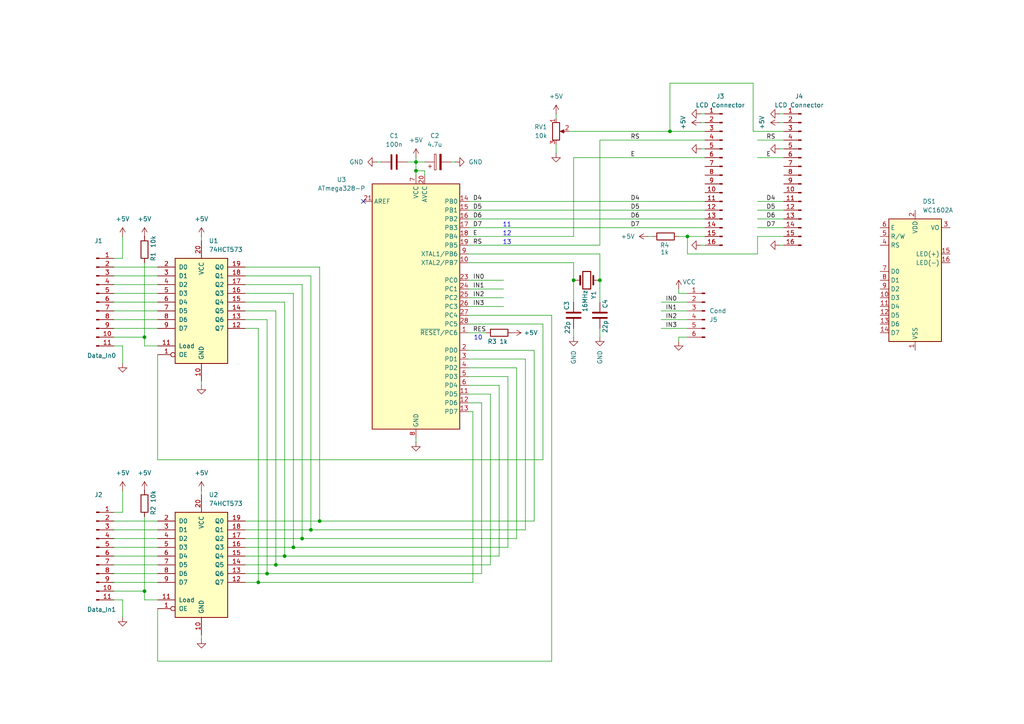
<source format=kicad_sch>
(kicad_sch (version 20250114) (generator "eeschema") (generator_version "9.0")
  (paper "A4")
  (lib_symbols
    (symbol "74xx:74LS573" (pin_names (offset 1.016))
      (property "Reference" "U" (at -7.62 16.51 0))
      (property "Value" "74LS573" (at -7.62 -16.51 0))
      (symbol "74LS573_1_0"
        (pin input line (at -12.7 12.7 0) (length 5.08) (name "D0") (number "2"))
        (pin input line (at -12.7 10.16 0) (length 5.08) (name "D1") (number "3"))
        (pin input line (at -12.7 7.62 0) (length 5.08) (name "D2") (number "4"))
        (pin input line (at -12.7 5.08 0) (length 5.08) (name "D3") (number "5"))
        (pin input line (at -12.7 2.54 0) (length 5.08) (name "D4") (number "6"))
        (pin input line (at -12.7 0 0) (length 5.08) (name "D5") (number "7"))
        (pin input line (at -12.7 -2.54 0) (length 5.08) (name "D6") (number "8"))
        (pin input line (at -12.7 -5.08 0) (length 5.08) (name "D7") (number "9"))
        (pin input line (at -12.7 -10.16 0) (length 5.08) (name "Load") (number "11"))
        (pin input inverted (at -12.7 -12.7 0) (length 5.08) (name "OE") (number "1"))
        (pin power_in line (at 0 20.32 270) (length 5.08) (name "VCC") (number "20"))
        (pin power_in line (at 0 -20.32 90) (length 5.08) (name "GND") (number "10"))
        (pin tri_state line (at 12.7 12.7 180) (length 5.08) (name "Q0") (number "19"))
        (pin tri_state line (at 12.7 10.16 180) (length 5.08) (name "Q1") (number "18"))
        (pin tri_state line (at 12.7 7.62 180) (length 5.08) (name "Q2") (number "17"))
        (pin tri_state line (at 12.7 5.08 180) (length 5.08) (name "Q3") (number "16"))
        (pin tri_state line (at 12.7 2.54 180) (length 5.08) (name "Q4") (number "15"))
        (pin tri_state line (at 12.7 0 180) (length 5.08) (name "Q5") (number "14"))
        (pin tri_state line (at 12.7 -2.54 180) (length 5.08) (name "Q6") (number "13"))
        (pin tri_state line (at 12.7 -5.08 180) (length 5.08) (name "Q7") (number "12"))
      )
      (symbol "74LS573_1_1"
        (rectangle (start -7.62 15.24) (end 7.62 -15.24) (stroke (width 0.254)) (fill (type background)))
      )
    )
    (symbol "Connector:Conn_01x06_Pin" (pin_names (offset 1.016) (hide yes))
      (property "Reference" "J" (at 0 7.62 0))
      (property "Value" "Conn_01x06_Pin" (at 0 -10.16 0))
      (symbol "Conn_01x06_Pin_1_1"
        (rectangle (start 0.8636 5.207) (end 0 4.953) (stroke (width 0.1524)) (fill (type outline)))
        (rectangle (start 0.8636 2.667) (end 0 2.413) (stroke (width 0.1524)) (fill (type outline)))
        (rectangle (start 0.8636 0.127) (end 0 -0.127) (stroke (width 0.1524)) (fill (type outline)))
        (rectangle (start 0.8636 -2.413) (end 0 -2.667) (stroke (width 0.1524)) (fill (type outline)))
        (rectangle (start 0.8636 -4.953) (end 0 -5.207) (stroke (width 0.1524)) (fill (type outline)))
        (rectangle (start 0.8636 -7.493) (end 0 -7.747) (stroke (width 0.1524)) (fill (type outline)))
        (polyline (pts (xy 1.27 5.08) (xy 0.8636 5.08)) (stroke (width 0.1524)))
        (polyline (pts (xy 1.27 2.54) (xy 0.8636 2.54)) (stroke (width 0.1524)))
        (polyline (pts (xy 1.27 0) (xy 0.8636 0)) (stroke (width 0.1524)))
        (polyline (pts (xy 1.27 -2.54) (xy 0.8636 -2.54)) (stroke (width 0.1524)))
        (polyline (pts (xy 1.27 -5.08) (xy 0.8636 -5.08)) (stroke (width 0.1524)))
        (polyline (pts (xy 1.27 -7.62) (xy 0.8636 -7.62)) (stroke (width 0.1524)))
        (pin passive line (at 5.08 5.08 180) (length 3.81) (name "Pin_1") (number "1"))
        (pin passive line (at 5.08 2.54 180) (length 3.81) (name "Pin_2") (number "2"))
        (pin passive line (at 5.08 0 180) (length 3.81) (name "Pin_3") (number "3"))
        (pin passive line (at 5.08 -2.54 180) (length 3.81) (name "Pin_4") (number "4"))
        (pin passive line (at 5.08 -5.08 180) (length 3.81) (name "Pin_5") (number "5"))
        (pin passive line (at 5.08 -7.62 180) (length 3.81) (name "Pin_6") (number "6"))
      )
    )
    (symbol "Connector:Conn_01x11_Pin" (pin_names (offset 1.016) (hide yes))
      (property "Reference" "J" (at 0 15.24 0))
      (property "Value" "Conn_01x11_Pin" (at 0 -15.24 0))
      (symbol "Conn_01x11_Pin_1_1"
        (rectangle (start 0.8636 12.827) (end 0 12.573) (stroke (width 0.1524)) (fill (type outline)))
        (rectangle (start 0.8636 10.287) (end 0 10.033) (stroke (width 0.1524)) (fill (type outline)))
        (rectangle (start 0.8636 7.747) (end 0 7.493) (stroke (width 0.1524)) (fill (type outline)))
        (rectangle (start 0.8636 5.207) (end 0 4.953) (stroke (width 0.1524)) (fill (type outline)))
        (rectangle (start 0.8636 2.667) (end 0 2.413) (stroke (width 0.1524)) (fill (type outline)))
        (rectangle (start 0.8636 0.127) (end 0 -0.127) (stroke (width 0.1524)) (fill (type outline)))
        (rectangle (start 0.8636 -2.413) (end 0 -2.667) (stroke (width 0.1524)) (fill (type outline)))
        (rectangle (start 0.8636 -4.953) (end 0 -5.207) (stroke (width 0.1524)) (fill (type outline)))
        (rectangle (start 0.8636 -7.493) (end 0 -7.747) (stroke (width 0.1524)) (fill (type outline)))
        (rectangle (start 0.8636 -10.033) (end 0 -10.287) (stroke (width 0.1524)) (fill (type outline)))
        (rectangle (start 0.8636 -12.573) (end 0 -12.827) (stroke (width 0.1524)) (fill (type outline)))
        (polyline (pts (xy 1.27 12.7) (xy 0.8636 12.7)) (stroke (width 0.1524)))
        (polyline (pts (xy 1.27 10.16) (xy 0.8636 10.16)) (stroke (width 0.1524)))
        (polyline (pts (xy 1.27 7.62) (xy 0.8636 7.62)) (stroke (width 0.1524)))
        (polyline (pts (xy 1.27 5.08) (xy 0.8636 5.08)) (stroke (width 0.1524)))
        (polyline (pts (xy 1.27 2.54) (xy 0.8636 2.54)) (stroke (width 0.1524)))
        (polyline (pts (xy 1.27 0) (xy 0.8636 0)) (stroke (width 0.1524)))
        (polyline (pts (xy 1.27 -2.54) (xy 0.8636 -2.54)) (stroke (width 0.1524)))
        (polyline (pts (xy 1.27 -5.08) (xy 0.8636 -5.08)) (stroke (width 0.1524)))
        (polyline (pts (xy 1.27 -7.62) (xy 0.8636 -7.62)) (stroke (width 0.1524)))
        (polyline (pts (xy 1.27 -10.16) (xy 0.8636 -10.16)) (stroke (width 0.1524)))
        (polyline (pts (xy 1.27 -12.7) (xy 0.8636 -12.7)) (stroke (width 0.1524)))
        (pin passive line (at 5.08 12.7 180) (length 3.81) (name "Pin_1") (number "1"))
        (pin passive line (at 5.08 10.16 180) (length 3.81) (name "Pin_2") (number "2"))
        (pin passive line (at 5.08 7.62 180) (length 3.81) (name "Pin_3") (number "3"))
        (pin passive line (at 5.08 5.08 180) (length 3.81) (name "Pin_4") (number "4"))
        (pin passive line (at 5.08 2.54 180) (length 3.81) (name "Pin_5") (number "5"))
        (pin passive line (at 5.08 0 180) (length 3.81) (name "Pin_6") (number "6"))
        (pin passive line (at 5.08 -2.54 180) (length 3.81) (name "Pin_7") (number "7"))
        (pin passive line (at 5.08 -5.08 180) (length 3.81) (name "Pin_8") (number "8"))
        (pin passive line (at 5.08 -7.62 180) (length 3.81) (name "Pin_9") (number "9"))
        (pin passive line (at 5.08 -10.16 180) (length 3.81) (name "Pin_10") (number "10"))
        (pin passive line (at 5.08 -12.7 180) (length 3.81) (name "Pin_11") (number "11"))
      )
    )
    (symbol "Connector:Conn_01x16_Pin" (pin_names (offset 1.016) (hide yes))
      (property "Reference" "J" (at 0 20.32 0))
      (property "Value" "Conn_01x16_Pin" (at 0 -22.86 0))
      (symbol "Conn_01x16_Pin_1_1"
        (rectangle (start 0.8636 17.907) (end 0 17.653) (stroke (width 0.1524)) (fill (type outline)))
        (rectangle (start 0.8636 15.367) (end 0 15.113) (stroke (width 0.1524)) (fill (type outline)))
        (rectangle (start 0.8636 12.827) (end 0 12.573) (stroke (width 0.1524)) (fill (type outline)))
        (rectangle (start 0.8636 10.287) (end 0 10.033) (stroke (width 0.1524)) (fill (type outline)))
        (rectangle (start 0.8636 7.747) (end 0 7.493) (stroke (width 0.1524)) (fill (type outline)))
        (rectangle (start 0.8636 5.207) (end 0 4.953) (stroke (width 0.1524)) (fill (type outline)))
        (rectangle (start 0.8636 2.667) (end 0 2.413) (stroke (width 0.1524)) (fill (type outline)))
        (rectangle (start 0.8636 0.127) (end 0 -0.127) (stroke (width 0.1524)) (fill (type outline)))
        (rectangle (start 0.8636 -2.413) (end 0 -2.667) (stroke (width 0.1524)) (fill (type outline)))
        (rectangle (start 0.8636 -4.953) (end 0 -5.207) (stroke (width 0.1524)) (fill (type outline)))
        (rectangle (start 0.8636 -7.493) (end 0 -7.747) (stroke (width 0.1524)) (fill (type outline)))
        (rectangle (start 0.8636 -10.033) (end 0 -10.287) (stroke (width 0.1524)) (fill (type outline)))
        (rectangle (start 0.8636 -12.573) (end 0 -12.827) (stroke (width 0.1524)) (fill (type outline)))
        (rectangle (start 0.8636 -15.113) (end 0 -15.367) (stroke (width 0.1524)) (fill (type outline)))
        (rectangle (start 0.8636 -17.653) (end 0 -17.907) (stroke (width 0.1524)) (fill (type outline)))
        (rectangle (start 0.8636 -20.193) (end 0 -20.447) (stroke (width 0.1524)) (fill (type outline)))
        (polyline (pts (xy 1.27 17.78) (xy 0.8636 17.78)) (stroke (width 0.1524)))
        (polyline (pts (xy 1.27 15.24) (xy 0.8636 15.24)) (stroke (width 0.1524)))
        (polyline (pts (xy 1.27 12.7) (xy 0.8636 12.7)) (stroke (width 0.1524)))
        (polyline (pts (xy 1.27 10.16) (xy 0.8636 10.16)) (stroke (width 0.1524)))
        (polyline (pts (xy 1.27 7.62) (xy 0.8636 7.62)) (stroke (width 0.1524)))
        (polyline (pts (xy 1.27 5.08) (xy 0.8636 5.08)) (stroke (width 0.1524)))
        (polyline (pts (xy 1.27 2.54) (xy 0.8636 2.54)) (stroke (width 0.1524)))
        (polyline (pts (xy 1.27 0) (xy 0.8636 0)) (stroke (width 0.1524)))
        (polyline (pts (xy 1.27 -2.54) (xy 0.8636 -2.54)) (stroke (width 0.1524)))
        (polyline (pts (xy 1.27 -5.08) (xy 0.8636 -5.08)) (stroke (width 0.1524)))
        (polyline (pts (xy 1.27 -7.62) (xy 0.8636 -7.62)) (stroke (width 0.1524)))
        (polyline (pts (xy 1.27 -10.16) (xy 0.8636 -10.16)) (stroke (width 0.1524)))
        (polyline (pts (xy 1.27 -12.7) (xy 0.8636 -12.7)) (stroke (width 0.1524)))
        (polyline (pts (xy 1.27 -15.24) (xy 0.8636 -15.24)) (stroke (width 0.1524)))
        (polyline (pts (xy 1.27 -17.78) (xy 0.8636 -17.78)) (stroke (width 0.1524)))
        (polyline (pts (xy 1.27 -20.32) (xy 0.8636 -20.32)) (stroke (width 0.1524)))
        (pin passive line (at 5.08 17.78 180) (length 3.81) (name "Pin_1") (number "1"))
        (pin passive line (at 5.08 15.24 180) (length 3.81) (name "Pin_2") (number "2"))
        (pin passive line (at 5.08 12.7 180) (length 3.81) (name "Pin_3") (number "3"))
        (pin passive line (at 5.08 10.16 180) (length 3.81) (name "Pin_4") (number "4"))
        (pin passive line (at 5.08 7.62 180) (length 3.81) (name "Pin_5") (number "5"))
        (pin passive line (at 5.08 5.08 180) (length 3.81) (name "Pin_6") (number "6"))
        (pin passive line (at 5.08 2.54 180) (length 3.81) (name "Pin_7") (number "7"))
        (pin passive line (at 5.08 0 180) (length 3.81) (name "Pin_8") (number "8"))
        (pin passive line (at 5.08 -2.54 180) (length 3.81) (name "Pin_9") (number "9"))
        (pin passive line (at 5.08 -5.08 180) (length 3.81) (name "Pin_10") (number "10"))
        (pin passive line (at 5.08 -7.62 180) (length 3.81) (name "Pin_11") (number "11"))
        (pin passive line (at 5.08 -10.16 180) (length 3.81) (name "Pin_12") (number "12"))
        (pin passive line (at 5.08 -12.7 180) (length 3.81) (name "Pin_13") (number "13"))
        (pin passive line (at 5.08 -15.24 180) (length 3.81) (name "Pin_14") (number "14"))
        (pin passive line (at 5.08 -17.78 180) (length 3.81) (name "Pin_15") (number "15"))
        (pin passive line (at 5.08 -20.32 180) (length 3.81) (name "Pin_16") (number "16"))
      )
    )
    (symbol "Device:C" (pin_numbers (hide yes)) (pin_names (offset 0.254))
      (property "Reference" "C" (at 0.635 2.54 0))
      (property "Value" "C" (at 0.635 -2.54 0))
      (symbol "C_0_1"
        (polyline (pts (xy -2.032 0.762) (xy 2.032 0.762)) (stroke (width 0.508)))
        (polyline (pts (xy -2.032 -0.762) (xy 2.032 -0.762)) (stroke (width 0.508)))
      )
      (symbol "C_1_1"
        (pin passive line (at 0 3.81 270) (length 2.794) (name "~") (number "1"))
        (pin passive line (at 0 -3.81 90) (length 2.794) (name "~") (number "2"))
      )
    )
    (symbol "Device:C_Polarized" (pin_numbers (hide yes)) (pin_names (offset 0.254))
      (property "Reference" "C" (at 0.635 2.54 0))
      (property "Value" "C_Polarized" (at 0.635 -2.54 0))
      (symbol "C_Polarized_0_1"
        (rectangle (start -2.286 0.508) (end 2.286 1.016))
        (polyline (pts (xy -1.778 2.286) (xy -0.762 2.286)))
        (polyline (pts (xy -1.27 2.794) (xy -1.27 1.778)))
        (rectangle (start 2.286 -0.508) (end -2.286 -1.016) (fill (type outline)))
      )
      (symbol "C_Polarized_1_1"
        (pin passive line (at 0 3.81 270) (length 2.794) (name "~") (number "1"))
        (pin passive line (at 0 -3.81 90) (length 2.794) (name "~") (number "2"))
      )
    )
    (symbol "Device:Crystal" (pin_numbers (hide yes)) (pin_names (offset 1.016) (hide yes))
      (property "Reference" "Y" (at 0 3.81 0))
      (property "Value" "Crystal" (at 0 -3.81 0))
      (symbol "Crystal_0_1"
        (polyline (pts (xy -2.54 0) (xy -1.905 0)))
        (polyline (pts (xy -1.905 -1.27) (xy -1.905 1.27)) (stroke (width 0.508)))
        (rectangle (start -1.143 2.54) (end 1.143 -2.54) (stroke (width 0.3048)))
        (polyline (pts (xy 1.905 -1.27) (xy 1.905 1.27)) (stroke (width 0.508)))
        (polyline (pts (xy 2.54 0) (xy 1.905 0)))
      )
      (symbol "Crystal_1_1"
        (pin passive line (at -3.81 0 0) (length 1.27) (name "1") (number "1"))
        (pin passive line (at 3.81 0 180) (length 1.27) (name "2") (number "2"))
      )
    )
    (symbol "Device:R" (pin_numbers (hide yes)) (pin_names (offset 0))
      (property "Reference" "R" (at 2.032 0 90))
      (property "Value" "R" (at 0 0 90))
      (symbol "R_0_1"
        (rectangle (start -1.016 -2.54) (end 1.016 2.54) (stroke (width 0.254)))
      )
      (symbol "R_1_1"
        (pin passive line (at 0 3.81 270) (length 1.27) (name "~") (number "1"))
        (pin passive line (at 0 -3.81 90) (length 1.27) (name "~") (number "2"))
      )
    )
    (symbol "Device:R_Potentiometer" (pin_names (offset 1.016) (hide yes))
      (property "Reference" "RV" (at -4.445 0 90))
      (property "Value" "R_Potentiometer" (at -2.54 0 90))
      (symbol "R_Potentiometer_0_1"
        (rectangle (start 1.016 2.54) (end -1.016 -2.54) (stroke (width 0.254)))
        (polyline (pts (xy 1.143 0) (xy 2.286 0.508) (xy 2.286 -0.508) (xy 1.143 0)) (fill (type outline)))
        (polyline (pts (xy 2.54 0) (xy 1.524 0)))
      )
      (symbol "R_Potentiometer_1_1"
        (pin passive line (at 0 3.81 270) (length 1.27) (name "1") (number "1"))
        (pin passive line (at 0 -3.81 90) (length 1.27) (name "3") (number "3"))
        (pin passive line (at 3.81 0 180) (length 1.27) (name "2") (number "2"))
      )
    )
    (symbol "Display_Character:WC1602A"
      (property "Reference" "DS" (at -5.842 19.05 0))
      (property "Value" "WC1602A" (at 5.334 19.05 0))
      (symbol "WC1602A_1_1"
        (rectangle (start -7.62 17.78) (end 7.62 -17.78) (stroke (width 0.254)) (fill (type background)))
        (pin input line (at -10.16 15.24 0) (length 2.54) (name "E") (number "6"))
        (pin input line (at -10.16 12.7 0) (length 2.54) (name "R/W") (number "5"))
        (pin input line (at -10.16 10.16 0) (length 2.54) (name "RS") (number "4"))
        (pin input line (at -10.16 2.54 0) (length 2.54) (name "D0") (number "7"))
        (pin input line (at -10.16 0 0) (length 2.54) (name "D1") (number "8"))
        (pin input line (at -10.16 -2.54 0) (length 2.54) (name "D2") (number "9"))
        (pin input line (at -10.16 -5.08 0) (length 2.54) (name "D3") (number "10"))
        (pin input line (at -10.16 -7.62 0) (length 2.54) (name "D4") (number "11"))
        (pin input line (at -10.16 -10.16 0) (length 2.54) (name "D5") (number "12"))
        (pin input line (at -10.16 -12.7 0) (length 2.54) (name "D6") (number "13"))
        (pin input line (at -10.16 -15.24 0) (length 2.54) (name "D7") (number "14"))
        (pin power_in line (at 0 20.32 270) (length 2.54) (name "VDD") (number "2"))
        (pin power_in line (at 0 -20.32 90) (length 2.54) (name "VSS") (number "1"))
        (pin input line (at 10.16 15.24 180) (length 2.54) (name "VO") (number "3"))
        (pin power_in line (at 10.16 7.62 180) (length 2.54) (name "LED(+)") (number "15"))
        (pin power_in line (at 10.16 5.08 180) (length 2.54) (name "LED(-)") (number "16"))
      )
    )
    (symbol "MCU_Microchip_ATmega:ATmega328-P"
      (property "Reference" "U" (at -12.7 36.83 0))
      (property "Value" "ATmega328-P" (at 2.54 -36.83 0))
      (symbol "ATmega328-P_0_1"
        (rectangle (start -12.7 -35.56) (end 12.7 35.56) (stroke (width 0.254)) (fill (type background)))
      )
      (symbol "ATmega328-P_1_1"
        (pin passive line (at -15.24 30.48 0) (length 2.54) (name "AREF") (number "21"))
        (pin power_in line (at 0 38.1 270) (length 2.54) (name "VCC") (number "7"))
        (pin passive line (at 0 -38.1 90) (length 2.54) (hide yes) (name "GND") (number "22"))
        (pin power_in line (at 0 -38.1 90) (length 2.54) (name "GND") (number "8"))
        (pin power_in line (at 2.54 38.1 270) (length 2.54) (name "AVCC") (number "20"))
        (pin bidirectional line (at 15.24 30.48 180) (length 2.54) (name "PB0") (number "14"))
        (pin bidirectional line (at 15.24 27.94 180) (length 2.54) (name "PB1") (number "15"))
        (pin bidirectional line (at 15.24 25.4 180) (length 2.54) (name "PB2") (number "16"))
        (pin bidirectional line (at 15.24 22.86 180) (length 2.54) (name "PB3") (number "17"))
        (pin bidirectional line (at 15.24 20.32 180) (length 2.54) (name "PB4") (number "18"))
        (pin bidirectional line (at 15.24 17.78 180) (length 2.54) (name "PB5") (number "19"))
        (pin bidirectional line (at 15.24 15.24 180) (length 2.54) (name "XTAL1/PB6") (number "9"))
        (pin bidirectional line (at 15.24 12.7 180) (length 2.54) (name "XTAL2/PB7") (number "10"))
        (pin bidirectional line (at 15.24 7.62 180) (length 2.54) (name "PC0") (number "23"))
        (pin bidirectional line (at 15.24 5.08 180) (length 2.54) (name "PC1") (number "24"))
        (pin bidirectional line (at 15.24 2.54 180) (length 2.54) (name "PC2") (number "25"))
        (pin bidirectional line (at 15.24 0 180) (length 2.54) (name "PC3") (number "26"))
        (pin bidirectional line (at 15.24 -2.54 180) (length 2.54) (name "PC4") (number "27"))
        (pin bidirectional line (at 15.24 -5.08 180) (length 2.54) (name "PC5") (number "28"))
        (pin bidirectional line (at 15.24 -7.62 180) (length 2.54) (name "~{RESET}/PC6") (number "1"))
        (pin bidirectional line (at 15.24 -12.7 180) (length 2.54) (name "PD0") (number "2"))
        (pin bidirectional line (at 15.24 -15.24 180) (length 2.54) (name "PD1") (number "3"))
        (pin bidirectional line (at 15.24 -17.78 180) (length 2.54) (name "PD2") (number "4"))
        (pin bidirectional line (at 15.24 -20.32 180) (length 2.54) (name "PD3") (number "5"))
        (pin bidirectional line (at 15.24 -22.86 180) (length 2.54) (name "PD4") (number "6"))
        (pin bidirectional line (at 15.24 -25.4 180) (length 2.54) (name "PD5") (number "11"))
        (pin bidirectional line (at 15.24 -27.94 180) (length 2.54) (name "PD6") (number "12"))
        (pin bidirectional line (at 15.24 -30.48 180) (length 2.54) (name "PD7") (number "13"))
      )
    )
    (symbol "power:+5V" (power) (pin_numbers (hide yes)) (pin_names (offset 0) (hide yes))
      (property "Value" "+5V" (at 0 3.556 0))
      (symbol "+5V_0_1"
        (polyline (pts (xy -0.762 1.27) (xy 0 2.54)))
        (polyline (pts (xy 0 2.54) (xy 0.762 1.27)))
        (polyline (pts (xy 0 0) (xy 0 2.54)))
      )
      (symbol "+5V_1_1"
        (pin power_in line (at 0 0 90) (length 0) (name "~") (number "1"))
      )
    )
    (symbol "power:GND" (power) (pin_numbers (hide yes)) (pin_names (offset 0) (hide yes))
      (property "Value" "GND" (at 0 -3.81 0))
      (symbol "GND_0_1"
        (polyline (pts (xy 0 0) (xy 0 -1.27) (xy 1.27 -1.27) (xy 0 -2.54) (xy -1.27 -1.27) (xy 0 -1.27)))
      )
      (symbol "GND_1_1"
        (pin power_in line (at 0 0 270) (length 0) (name "~") (number "1"))
      )
    )
  )
  (text "11" (at 147.066 65.278 0) (effects (font (size 1.27 1.27))))
  (text "12" (at 147.066 67.818 0) (effects (font (size 1.27 1.27))))
  (text "10" (at 138.684 98.044 0) (effects (font (size 1.27 1.27))))
  (text "13" (at 147.066 70.358 0) (effects (font (size 1.27 1.27))))
  (junction (at 166.37 81.28))
  (junction (at 194.31 38.1))
  (junction (at 80.01 163.83))
  (junction (at 120.65 46.99))
  (junction (at 173.99 81.28))
  (junction (at 41.91 171.45))
  (junction (at 82.55 161.29))
  (junction (at 120.65 49.53))
  (junction (at 90.17 153.67))
  (junction (at 87.63 156.21))
  (junction (at 74.93 168.91))
  (junction (at 77.47 166.37))
  (junction (at 85.09 158.75))
  (junction (at 41.91 97.79))
  (junction (at 92.71 151.13))
  (junction (at 199.39 68.58))
  (no_connect (at 105.41 58.42))
  (wire (pts (xy 147.32 109.22) (xy 147.32 158.75)))
  (wire (pts (xy 135.89 63.5) (xy 204.47 63.5)))
  (wire (pts (xy 33.02 87.63) (xy 45.72 87.63)))
  (wire (pts (xy 120.65 46.99) (xy 123.19 46.99)))
  (wire (pts (xy 154.94 101.6) (xy 154.94 151.13)))
  (wire (pts (xy 219.71 63.5) (xy 227.33 63.5)))
  (wire (pts (xy 196.85 97.79) (xy 196.85 99.06)))
  (wire (pts (xy 157.48 93.98) (xy 157.48 133.35)))
  (wire (pts (xy 135.89 91.44) (xy 160.02 91.44)))
  (wire (pts (xy 71.12 168.91) (xy 74.93 168.91)))
  (wire (pts (xy 85.09 85.09) (xy 85.09 158.75)))
  (wire (pts (xy 35.56 148.59) (xy 35.56 142.24)))
  (wire (pts (xy 87.63 156.21) (xy 149.86 156.21)))
  (wire (pts (xy 137.16 119.38) (xy 135.89 119.38)))
  (wire (pts (xy 166.37 76.2) (xy 166.37 81.28)))
  (wire (pts (xy 41.91 100.33) (xy 45.72 100.33)))
  (wire (pts (xy 161.29 44.45) (xy 161.29 41.91)))
  (wire (pts (xy 45.72 133.35) (xy 45.72 102.87)))
  (wire (pts (xy 33.02 158.75) (xy 45.72 158.75)))
  (wire (pts (xy 219.71 73.66) (xy 199.39 73.66)))
  (wire (pts (xy 173.99 81.28) (xy 173.99 87.63)))
  (wire (pts (xy 152.4 104.14) (xy 152.4 153.67)))
  (wire (pts (xy 135.89 58.42) (xy 204.47 58.42)))
  (wire (pts (xy 166.37 81.28) (xy 166.37 87.63)))
  (wire (pts (xy 77.47 166.37) (xy 139.7 166.37)))
  (wire (pts (xy 154.94 101.6) (xy 135.89 101.6)))
  (wire (pts (xy 219.71 45.72) (xy 227.33 45.72)))
  (wire (pts (xy 33.02 161.29) (xy 45.72 161.29)))
  (wire (pts (xy 74.93 95.25) (xy 74.93 168.91)))
  (wire (pts (xy 71.12 151.13) (xy 92.71 151.13)))
  (wire (pts (xy 173.99 71.12) (xy 173.99 40.64)))
  (wire (pts (xy 135.89 93.98) (xy 157.48 93.98)))
  (wire (pts (xy 204.47 33.02) (xy 203.2 33.02)))
  (wire (pts (xy 71.12 90.17) (xy 80.01 90.17)))
  (wire (pts (xy 77.47 92.71) (xy 77.47 166.37)))
  (wire (pts (xy 219.71 68.58) (xy 227.33 68.58)))
  (wire (pts (xy 58.42 184.15) (xy 58.42 185.42)))
  (wire (pts (xy 41.91 76.2) (xy 41.91 97.79)))
  (wire (pts (xy 33.02 171.45) (xy 41.91 171.45)))
  (wire (pts (xy 139.7 116.84) (xy 139.7 166.37)))
  (wire (pts (xy 227.33 33.02) (xy 226.06 33.02)))
  (wire (pts (xy 33.02 82.55) (xy 45.72 82.55)))
  (wire (pts (xy 33.02 92.71) (xy 45.72 92.71)))
  (wire (pts (xy 219.71 68.58) (xy 219.71 73.66)))
  (wire (pts (xy 35.56 100.33) (xy 35.56 105.41)))
  (wire (pts (xy 135.89 71.12) (xy 173.99 71.12)))
  (wire (pts (xy 35.56 173.99) (xy 35.56 179.07)))
  (wire (pts (xy 191.77 87.63) (xy 199.39 87.63)))
  (wire (pts (xy 33.02 74.93) (xy 35.56 74.93)))
  (wire (pts (xy 82.55 87.63) (xy 82.55 161.29)))
  (wire (pts (xy 71.12 161.29) (xy 82.55 161.29)))
  (wire (pts (xy 149.86 106.68) (xy 135.89 106.68)))
  (wire (pts (xy 218.44 38.1) (xy 218.44 24.13)))
  (wire (pts (xy 149.86 106.68) (xy 149.86 156.21)))
  (wire (pts (xy 71.12 92.71) (xy 77.47 92.71)))
  (wire (pts (xy 71.12 95.25) (xy 74.93 95.25)))
  (wire (pts (xy 33.02 90.17) (xy 45.72 90.17)))
  (wire (pts (xy 120.65 46.99) (xy 120.65 49.53)))
  (wire (pts (xy 135.89 116.84) (xy 139.7 116.84)))
  (wire (pts (xy 58.42 68.58) (xy 58.42 69.85)))
  (wire (pts (xy 135.89 83.82) (xy 146.05 83.82)))
  (wire (pts (xy 219.71 40.64) (xy 227.33 40.64)))
  (wire (pts (xy 33.02 173.99) (xy 35.56 173.99)))
  (wire (pts (xy 219.71 66.04) (xy 227.33 66.04)))
  (wire (pts (xy 33.02 97.79) (xy 41.91 97.79)))
  (wire (pts (xy 82.55 161.29) (xy 144.78 161.29)))
  (wire (pts (xy 135.89 96.52) (xy 140.97 96.52)))
  (wire (pts (xy 58.42 142.24) (xy 58.42 143.51)))
  (wire (pts (xy 161.29 33.02) (xy 161.29 34.29)))
  (wire (pts (xy 41.91 97.79) (xy 41.91 100.33)))
  (wire (pts (xy 135.89 111.76) (xy 144.78 111.76)))
  (wire (pts (xy 173.99 95.25) (xy 173.99 97.79)))
  (wire (pts (xy 33.02 156.21) (xy 45.72 156.21)))
  (wire (pts (xy 41.91 171.45) (xy 41.91 173.99)))
  (wire (pts (xy 58.42 110.49) (xy 58.42 111.76)))
  (wire (pts (xy 203.2 71.12) (xy 204.47 71.12)))
  (wire (pts (xy 142.24 163.83) (xy 142.24 114.3)))
  (wire (pts (xy 196.85 85.09) (xy 196.85 83.82)))
  (wire (pts (xy 191.77 90.17) (xy 199.39 90.17)))
  (wire (pts (xy 203.2 35.56) (xy 204.47 35.56)))
  (wire (pts (xy 226.06 43.18) (xy 227.33 43.18)))
  (wire (pts (xy 173.99 73.66) (xy 173.99 81.28)))
  (wire (pts (xy 135.89 81.28) (xy 146.05 81.28)))
  (wire (pts (xy 135.89 109.22) (xy 147.32 109.22)))
  (wire (pts (xy 33.02 77.47) (xy 45.72 77.47)))
  (wire (pts (xy 137.16 119.38) (xy 137.16 168.91)))
  (wire (pts (xy 199.39 73.66) (xy 199.39 68.58)))
  (wire (pts (xy 45.72 176.53) (xy 45.72 191.77)))
  (wire (pts (xy 45.72 191.77) (xy 160.02 191.77)))
  (wire (pts (xy 33.02 168.91) (xy 45.72 168.91)))
  (wire (pts (xy 92.71 151.13) (xy 154.94 151.13)))
  (wire (pts (xy 85.09 158.75) (xy 147.32 158.75)))
  (wire (pts (xy 135.89 68.58) (xy 166.37 68.58)))
  (wire (pts (xy 33.02 163.83) (xy 45.72 163.83)))
  (wire (pts (xy 191.77 95.25) (xy 199.39 95.25)))
  (wire (pts (xy 219.71 58.42) (xy 227.33 58.42)))
  (wire (pts (xy 226.06 35.56) (xy 227.33 35.56)))
  (wire (pts (xy 166.37 68.58) (xy 166.37 45.72)))
  (wire (pts (xy 33.02 85.09) (xy 45.72 85.09)))
  (wire (pts (xy 135.89 86.36) (xy 146.05 86.36)))
  (wire (pts (xy 33.02 148.59) (xy 35.56 148.59)))
  (wire (pts (xy 166.37 76.2) (xy 135.89 76.2)))
  (wire (pts (xy 71.12 82.55) (xy 87.63 82.55)))
  (wire (pts (xy 135.89 60.96) (xy 204.47 60.96)))
  (wire (pts (xy 135.89 66.04) (xy 204.47 66.04)))
  (wire (pts (xy 33.02 166.37) (xy 45.72 166.37)))
  (wire (pts (xy 118.11 46.99) (xy 120.65 46.99)))
  (wire (pts (xy 152.4 104.14) (xy 135.89 104.14)))
  (wire (pts (xy 199.39 85.09) (xy 196.85 85.09)))
  (wire (pts (xy 218.44 24.13) (xy 194.31 24.13)))
  (wire (pts (xy 199.39 68.58) (xy 204.47 68.58)))
  (wire (pts (xy 90.17 153.67) (xy 152.4 153.67)))
  (wire (pts (xy 199.39 97.79) (xy 196.85 97.79)))
  (wire (pts (xy 120.65 45.72) (xy 120.65 46.99)))
  (wire (pts (xy 80.01 90.17) (xy 80.01 163.83)))
  (wire (pts (xy 173.99 40.64) (xy 204.47 40.64)))
  (wire (pts (xy 80.01 163.83) (xy 142.24 163.83)))
  (wire (pts (xy 71.12 153.67) (xy 90.17 153.67)))
  (wire (pts (xy 135.89 73.66) (xy 173.99 73.66)))
  (wire (pts (xy 71.12 87.63) (xy 82.55 87.63)))
  (wire (pts (xy 196.85 68.58) (xy 199.39 68.58)))
  (wire (pts (xy 71.12 163.83) (xy 80.01 163.83)))
  (wire (pts (xy 203.2 43.18) (xy 204.47 43.18)))
  (wire (pts (xy 87.63 82.55) (xy 87.63 156.21)))
  (wire (pts (xy 90.17 80.01) (xy 90.17 153.67)))
  (wire (pts (xy 33.02 80.01) (xy 45.72 80.01)))
  (wire (pts (xy 33.02 153.67) (xy 45.72 153.67)))
  (wire (pts (xy 71.12 80.01) (xy 90.17 80.01)))
  (wire (pts (xy 33.02 95.25) (xy 45.72 95.25)))
  (wire (pts (xy 157.48 133.35) (xy 45.72 133.35)))
  (wire (pts (xy 219.71 60.96) (xy 227.33 60.96)))
  (wire (pts (xy 194.31 24.13) (xy 194.31 38.1)))
  (wire (pts (xy 226.06 71.12) (xy 227.33 71.12)))
  (wire (pts (xy 120.65 49.53) (xy 120.65 50.8)))
  (wire (pts (xy 165.1 38.1) (xy 194.31 38.1)))
  (wire (pts (xy 194.31 38.1) (xy 204.47 38.1)))
  (wire (pts (xy 123.19 50.8) (xy 123.19 49.53)))
  (wire (pts (xy 35.56 74.93) (xy 35.56 68.58)))
  (wire (pts (xy 144.78 111.76) (xy 144.78 161.29)))
  (wire (pts (xy 227.33 38.1) (xy 218.44 38.1)))
  (wire (pts (xy 71.12 156.21) (xy 87.63 156.21)))
  (wire (pts (xy 189.23 68.58) (xy 187.96 68.58)))
  (wire (pts (xy 120.65 127) (xy 120.65 128.27)))
  (wire (pts (xy 71.12 158.75) (xy 85.09 158.75)))
  (wire (pts (xy 33.02 151.13) (xy 45.72 151.13)))
  (wire (pts (xy 74.93 168.91) (xy 137.16 168.91)))
  (wire (pts (xy 41.91 173.99) (xy 45.72 173.99)))
  (wire (pts (xy 41.91 149.86) (xy 41.91 171.45)))
  (wire (pts (xy 142.24 114.3) (xy 135.89 114.3)))
  (wire (pts (xy 130.81 46.99) (xy 132.08 46.99)))
  (wire (pts (xy 109.22 46.99) (xy 110.49 46.99)))
  (wire (pts (xy 71.12 85.09) (xy 85.09 85.09)))
  (wire (pts (xy 123.19 49.53) (xy 120.65 49.53)))
  (wire (pts (xy 166.37 95.25) (xy 166.37 97.79)))
  (wire (pts (xy 191.77 92.71) (xy 199.39 92.71)))
  (wire (pts (xy 160.02 91.44) (xy 160.02 191.77)))
  (wire (pts (xy 166.37 45.72) (xy 204.47 45.72)))
  (wire (pts (xy 92.71 77.47) (xy 92.71 151.13)))
  (wire (pts (xy 135.89 88.9) (xy 146.05 88.9)))
  (wire (pts (xy 33.02 100.33) (xy 35.56 100.33)))
  (wire (pts (xy 71.12 166.37) (xy 77.47 166.37)))
  (wire (pts (xy 71.12 77.47) (xy 92.71 77.47)))
  (label "E" (at 222.25 45.72 0))
  (label "D6" (at 182.88 63.5 0))
  (label "IN0" (at 137.16 81.28 0))
  (label "D4" (at 182.88 58.42 0))
  (label "D7" (at 222.25 66.04 0))
  (label "E" (at 182.88 45.72 0))
  (label "IN3" (at 193.04 95.25 0))
  (label "IN2" (at 137.16 86.36 0))
  (label "IN1" (at 193.04 90.17 0))
  (label "E" (at 137.16 68.58 0))
  (label "D6" (at 137.16 63.5 0))
  (label "RS" (at 222.25 40.64 0))
  (label "RS" (at 182.88 40.64 0))
  (label "IN1" (at 137.16 83.82 0))
  (label "D4" (at 137.16 58.42 0))
  (label "D6" (at 222.25 63.5 0))
  (label "D4" (at 222.25 58.42 0))
  (label "RES" (at 137.16 96.52 0))
  (label "D5" (at 137.16 60.96 0))
  (label "IN0" (at 193.04 87.63 0))
  (label "D5" (at 182.88 60.96 0))
  (label "RS" (at 137.16 71.12 0))
  (label "D7" (at 137.16 66.04 0))
  (label "D7" (at 182.88 66.04 0))
  (label "IN2" (at 193.04 92.71 0))
  (label "D5" (at 222.25 60.96 0))
  (label "IN3" (at 137.16 88.9 0))
  (symbol (lib_id "power:+5V") (at 58.42 142.24 0) (unit 1)
    (property "Reference" "#PWR09" (effects (hide yes)))
    (property "Value" "+5V" (at 58.42 137.16 0))
    (property "Description" "Power symbol creates a global label with name \"+5V\"" (effects (hide yes)))
  )
  (symbol (lib_id "power:+5V") (at 41.91 68.58 0) (unit 1)
    (property "Reference" "#PWR05" (effects (hide yes)))
    (property "Value" "+5V" (at 41.91 63.5 0))
    (property "Description" "Power symbol creates a global label with name \"+5V\"" (effects (hide yes)))
  )
  (symbol (lib_id "power:GND") (at 35.56 105.41 0) (unit 1)
    (property "Reference" "#PWR02" (effects (hide yes)))
    (property "Value" "GND" (effects (hide yes)))
    (property "Description" "Power symbol creates a global label with name \"GND\" , ground" (effects (hide yes)))
  )
  (symbol (lib_id "power:+5V") (at 41.91 142.24 0) (unit 1)
    (property "Reference" "#PWR06" (effects (hide yes)))
    (property "Value" "+5V" (at 41.91 137.16 0))
    (property "Description" "Power symbol creates a global label with name \"+5V\"" (effects (hide yes)))
  )
  (symbol (lib_id "power:GND") (at 109.22 46.99 270) (unit 1)
    (property "Reference" "#PWR011" (effects (hide yes)))
    (property "Value" "GND" (at 105.41 46.9899 90) (effects (justify right)))
    (property "Description" "Power symbol creates a global label with name \"GND\" , ground" (effects (hide yes)))
  )
  (symbol (lib_id "Connector:Conn_01x06_Pin") (at 204.47 90.17 0) (mirror y) (unit 1)
    (property "Reference" "J5" (at 205.74 92.7101 0) (effects (justify right)))
    (property "Value" "Cond" (at 205.74 90.1701 0) (effects (justify right)))
    (property "Footprint" "Connector_PinHeader_2.54mm:PinHeader_1x06_P2.54mm_Vertical" (effects (hide yes)))
    (property "Description" "Generic connector, single row, 01x06, script generated" (effects (hide yes)))
    (property "OrderInfo" "https://www.digikey.com/en/products/detail/metz-connect-usa-inc/PR20206VBNN/12342874" (effects (hide yes)))
  )
  (symbol (lib_id "74xx:74LS573") (at 58.42 90.17 0) (unit 1)
    (property "Reference" "U1" (at 60.5633 69.85 0) (effects (justify left)))
    (property "Value" "74HCT573" (at 60.5633 72.39 0) (effects (justify left)))
    (property "Footprint" "Package_DIP:DIP-20_W7.62mm_Socket" (effects (hide yes)))
    (property "Datasheet" "74xx/74hc573.pdf" (effects (hide yes)))
    (property "Description" "8-bit Latch 3-state outputs" (effects (hide yes)))
  )
  (symbol (lib_id "power:+5V") (at 187.96 68.58 90) (unit 1)
    (property "Reference" "#PWR020" (effects (hide yes)))
    (property "Value" "+5V" (at 184.15 68.5801 90) (effects (justify left)))
    (property "Description" "Power symbol creates a global label with name \"+5V\"" (effects (hide yes)))
  )
  (symbol (lib_id "Connector:Conn_01x16_Pin") (at 209.55 50.8 0) (mirror y) (unit 1)
    (property "Reference" "J3" (at 208.915 27.94 0))
    (property "Value" "LCD Connector" (at 208.915 30.48 0))
    (property "Footprint" "Connector_PinHeader_2.54mm:PinHeader_1x16_P2.54mm_Vertical" (effects (hide yes)))
    (property "Description" "Generic connector, single row, 01x16, script generated" (effects (hide yes)))
    (property "OrderInfo" "https://www.digikey.com/en/products/detail/w%C3%BCrth-elektronik/61301611821/6137797" (effects (hide yes)))
  )
  (symbol (lib_id "Connector:Conn_01x11_Pin") (at 27.94 87.63 0) (unit 1)
    (property "Reference" "J1" (at 28.575 69.85 0))
    (property "Value" "Data_In0" (at 29.464 103.124 0))
    (property "Footprint" "Connector_PinHeader_2.54mm:PinHeader_1x11_P2.54mm_Vertical" (effects (hide yes)))
    (property "Description" "Generic connector, single row, 01x11, script generated" (effects (hide yes)))
    (property "OrderInfo" "https://www.digikey.com/en/products/detail/harwin-inc/M20-9771146/3920928" (effects (hide yes)))
  )
  (symbol (lib_id "MCU_Microchip_ATmega:ATmega328-P") (at 120.65 88.9 0) (unit 1)
    (property "Reference" "U3" (at 99.06 52.1014 0))
    (property "Value" "ATmega328-P" (at 99.06 54.6414 0))
    (property "Footprint" "Package_DIP:DIP-28_W7.62mm_Socket" (effects (hide yes)))
    (property "Datasheet" "http://ww1.microchip.com/downloads/en/DeviceDoc/ATmega328_P%20AVR%20MCU%20with%20picoPower%20Technology%20Data%20Sheet%2040001984A.pdf" (effects (hide yes)))
    (property "Description" "20MHz, 32kB Flash, 2kB SRAM, 1kB EEPROM, DIP-28" (effects (hide yes)))
    (property "OrderInfo" "https://www.digikey.com/en/products/detail/microchip-technology/ATMEGA328-PU/2271026" (effects (hide yes)))
  )
  (symbol (lib_id "Device:C") (at 114.3 46.99 90) (unit 1)
    (property "Reference" "C1" (at 114.3 39.37 90))
    (property "Value" "100n" (at 114.3 41.91 90))
    (property "Footprint" "Capacitor_THT:C_Disc_D4.3mm_W1.9mm_P5.00mm" (effects (hide yes)))
    (property "Description" "Unpolarized capacitor" (effects (hide yes)))
    (property "OrderInfo" "https://www.digikey.com/en/products/detail/kemet/C320C104M5R5TA/3726028" (effects (hide yes)))
  )
  (symbol (lib_id "power:+5V") (at 226.06 35.56 90) (unit 1)
    (property "Reference" "#PWR026" (effects (hide yes)))
    (property "Value" "+5V" (at 220.98 35.56 0))
    (property "Description" "Power symbol creates a global label with name \"+5V\"" (effects (hide yes)))
  )
  (symbol (lib_id "power:+5V") (at 203.2 35.56 90) (unit 1)
    (property "Reference" "#PWR022" (effects (hide yes)))
    (property "Value" "+5V" (at 198.12 35.56 0))
    (property "Description" "Power symbol creates a global label with name \"+5V\"" (effects (hide yes)))
  )
  (symbol (lib_id "power:GND") (at 196.85 99.06 0) (mirror y) (unit 1)
    (property "Reference" "#PWR0436" (effects (hide yes)))
    (property "Value" "GND" (effects (hide yes)))
    (property "Description" "Power symbol creates a global label with name \"GND\" , ground" (effects (hide yes)))
  )
  (symbol (lib_id "power:GND") (at 161.29 44.45 0) (mirror y) (unit 1)
    (property "Reference" "#PWR017" (effects (hide yes)))
    (property "Value" "GND" (effects (hide yes)))
    (property "Description" "Power symbol creates a global label with name \"GND\" , ground" (effects (hide yes)))
  )
  (symbol (lib_id "power:GND") (at 58.42 111.76 0) (unit 1)
    (property "Reference" "#PWR08" (effects (hide yes)))
    (property "Value" "GND" (effects (hide yes)))
    (property "Description" "Power symbol creates a global label with name \"GND\" , ground" (effects (hide yes)))
  )
  (symbol (lib_id "power:GND") (at 120.65 128.27 0) (unit 1)
    (property "Reference" "#PWR013" (effects (hide yes)))
    (property "Value" "GND" (effects (hide yes)))
    (property "Description" "Power symbol creates a global label with name \"GND\" , ground" (effects (hide yes)))
  )
  (symbol (lib_id "Device:C") (at 166.37 91.44 0) (unit 1)
    (property "Reference" "C3" (at 164.338 88.646 90))
    (property "Value" "22p" (at 164.592 94.996 90))
    (property "Footprint" "Capacitor_THT:C_Disc_D3.0mm_W1.6mm_P2.50mm" (effects (hide yes)))
    (property "Description" "Unpolarized capacitor" (effects (hide yes)))
    (property "OrderInfo" "https://www.digikey.com/en/products/detail/tdk-corporation/FG28C0G1H220JNT06/5803099" (effects (hide yes)))
  )
  (symbol (lib_id "power:+5V") (at 196.85 83.82 0) (mirror y) (unit 1)
    (property "Reference" "#PWR0437" (effects (hide yes)))
    (property "Value" "VCC" (at 199.898 81.788 0))
    (property "Description" "Power symbol creates a global label with name \"+5V\"" (effects (hide yes)))
  )
  (symbol (lib_id "power:GND") (at 166.37 97.79 0) (unit 1)
    (property "Reference" "#PWR018" (effects (hide yes)))
    (property "Value" "GND" (at 166.3701 101.6 90) (effects (justify right)))
    (property "Description" "Power symbol creates a global label with name \"GND\" , ground" (effects (hide yes)))
  )
  (symbol (lib_id "power:GND") (at 226.06 43.18 270) (unit 1)
    (property "Reference" "#PWR027" (effects (hide yes)))
    (property "Value" "GND" (effects (hide yes)))
    (property "Description" "Power symbol creates a global label with name \"GND\" , ground" (effects (hide yes)))
  )
  (symbol (lib_id "Device:R") (at 193.04 68.58 270) (unit 1)
    (property "Reference" "R4" (at 192.786 71.12 90))
    (property "Value" "1k" (at 192.786 73.152 90))
    (property "Footprint" "Resistor_THT:R_Axial_DIN0204_L3.6mm_D1.6mm_P7.62mm_Horizontal" (effects (hide yes)))
    (property "Description" "Resistor" (effects (hide yes)))
  )
  (symbol (lib_id "power:+5V") (at 120.65 45.72 0) (unit 1)
    (property "Reference" "#PWR012" (effects (hide yes)))
    (property "Value" "+5V" (at 120.65 40.64 0))
    (property "Description" "Power symbol creates a global label with name \"+5V\"" (effects (hide yes)))
  )
  (symbol (lib_id "power:+5V") (at 35.56 68.58 0) (unit 1)
    (property "Reference" "#PWR01" (effects (hide yes)))
    (property "Value" "+5V" (at 35.56 63.5 0))
    (property "Description" "Power symbol creates a global label with name \"+5V\"" (effects (hide yes)))
  )
  (symbol (lib_id "power:GND") (at 203.2 71.12 270) (unit 1)
    (property "Reference" "#PWR024" (effects (hide yes)))
    (property "Value" "GND" (effects (hide yes)))
    (property "Description" "Power symbol creates a global label with name \"GND\" , ground" (effects (hide yes)))
  )
  (symbol (lib_id "Device:C_Polarized") (at 127 46.99 90) (unit 1)
    (property "Reference" "C2" (at 126.111 39.37 90))
    (property "Value" "4.7u" (at 126.111 41.91 90))
    (property "Footprint" "Capacitor_THT:C_Disc_D4.3mm_W1.9mm_P5.00mm" (effects (hide yes)))
    (property "Description" "Polarized capacitor" (effects (hide yes)))
    (property "OrderInfo" "https://www.digikey.com/en/products/detail/kyocera-avx/TAP475M010SCS/1472017" (effects (hide yes)))
  )
  (symbol (lib_id "Device:R_Potentiometer") (at 161.29 38.1 0) (unit 1)
    (property "Reference" "RV1" (at 158.75 36.8299 0) (effects (justify right)))
    (property "Value" "10k" (at 158.75 39.3699 0) (effects (justify right)))
    (property "Footprint" "Potentiometer_THT:Potentiometer_Runtron_RM-063_Horizontal" (effects (hide yes)))
    (property "Description" "Potentiometer" (effects (hide yes)))
    (property "OrderInfo" "https://www.digikey.com/en/products/detail/bourns-inc/PV37W103C01B00/666597" (effects (hide yes)))
  )
  (symbol (lib_id "power:GND") (at 35.56 179.07 0) (unit 1)
    (property "Reference" "#PWR04" (effects (hide yes)))
    (property "Value" "GND" (effects (hide yes)))
    (property "Description" "Power symbol creates a global label with name \"GND\" , ground" (effects (hide yes)))
  )
  (symbol (lib_id "power:GND") (at 58.42 185.42 0) (unit 1)
    (property "Reference" "#PWR010" (effects (hide yes)))
    (property "Value" "GND" (effects (hide yes)))
    (property "Description" "Power symbol creates a global label with name \"GND\" , ground" (effects (hide yes)))
  )
  (symbol (lib_id "Device:C") (at 173.99 91.44 0) (unit 1)
    (property "Reference" "C4" (at 175.514 88.138 90))
    (property "Value" "22p" (at 175.514 94.742 90))
    (property "Footprint" "Capacitor_THT:C_Disc_D3.0mm_W1.6mm_P2.50mm" (effects (hide yes)))
    (property "Description" "Unpolarized capacitor" (effects (hide yes)))
    (property "OrderInfo" "https://www.digikey.com/en/products/detail/tdk-corporation/FG28C0G1H220JNT06/5803099" (effects (hide yes)))
  )
  (symbol (lib_id "Connector:Conn_01x16_Pin") (at 232.41 50.8 0) (mirror y) (unit 1)
    (property "Reference" "J4" (at 231.775 27.94 0))
    (property "Value" "LCD Connector" (at 231.775 30.48 0))
    (property "Footprint" "Connector_PinHeader_2.54mm:PinHeader_1x16_P2.54mm_Vertical" (effects (hide yes)))
    (property "Description" "Generic connector, single row, 01x16, script generated" (effects (hide yes)))
  )
  (symbol (lib_id "power:GND") (at 203.2 43.18 270) (unit 1)
    (property "Reference" "#PWR023" (effects (hide yes)))
    (property "Value" "GND" (effects (hide yes)))
    (property "Description" "Power symbol creates a global label with name \"GND\" , ground" (effects (hide yes)))
  )
  (symbol (lib_id "power:GND") (at 132.08 46.99 90) (unit 1)
    (property "Reference" "#PWR014" (effects (hide yes)))
    (property "Value" "GND" (at 135.89 46.9899 90) (effects (justify right)))
    (property "Description" "Power symbol creates a global label with name \"GND\" , ground" (effects (hide yes)))
  )
  (symbol (lib_id "Device:R") (at 41.91 72.39 180) (unit 1)
    (property "Reference" "R1" (at 44.45 74.422 90))
    (property "Value" "10k" (at 44.45 70.104 90))
    (property "Footprint" "Resistor_THT:R_Axial_DIN0204_L3.6mm_D1.6mm_P7.62mm_Horizontal" (effects (hide yes)))
    (property "Description" "Resistor" (effects (hide yes)))
    (property "OrderInfo" "https://www.digikey.com/en/products/detail/stackpole-electronics-inc/CF18JT1K00/1741612" (effects (hide yes)))
  )
  (symbol (lib_id "power:GND") (at 173.99 97.79 0) (unit 1)
    (property "Reference" "#PWR019" (effects (hide yes)))
    (property "Value" "GND" (at 173.9901 101.6 90) (effects (justify right)))
    (property "Description" "Power symbol creates a global label with name \"GND\" , ground" (effects (hide yes)))
  )
  (symbol (lib_id "Device:R") (at 41.91 146.05 180) (unit 1)
    (property "Reference" "R2" (at 44.45 148.082 90))
    (property "Value" "10k" (at 44.45 144.018 90))
    (property "Footprint" "Resistor_THT:R_Axial_DIN0204_L3.6mm_D1.6mm_P7.62mm_Horizontal" (effects (hide yes)))
    (property "Description" "Resistor" (effects (hide yes)))
    (property "OrderInfo" "https://www.digikey.com/en/products/detail/stackpole-electronics-inc/CF18JT1K00/1741612" (effects (hide yes)))
  )
  (symbol (lib_id "Connector:Conn_01x11_Pin") (at 27.94 161.29 0) (unit 1)
    (property "Reference" "J2" (at 28.575 143.51 0))
    (property "Value" "Data_In1" (at 29.464 176.784 0))
    (property "Footprint" "Connector_PinHeader_2.54mm:PinHeader_1x11_P2.54mm_Vertical" (effects (hide yes)))
    (property "Description" "Generic connector, single row, 01x11, script generated" (effects (hide yes)))
    (property "OrderInfo" "https://www.digikey.com/en/products/detail/harwin-inc/M20-9771146/3920928" (effects (hide yes)))
  )
  (symbol (lib_id "Display_Character:WC1602A") (at 265.43 81.28 0) (unit 1) (in_bom no)
    (property "Reference" "DS1" (at 267.5733 58.42 0) (effects (justify left)))
    (property "Value" "WC1602A" (at 267.5733 60.96 0) (effects (justify left)))
    (property "Footprint" "Display:WC1602A" (effects (hide yes)))
    (property "Datasheet" "http://www.wincomlcd.com/pdf/WC1602A-SFYLYHTC06.pdf" (effects (hide yes)))
    (property "Description" "LCD 16x2 Alphanumeric , 8 bit parallel bus, 5V VDD" (effects (hide yes)))
    (property "OrderInfo" "https://www.amazon.com/gp/product/B0BFDGTPBP/ref=ox_sc_act_title_1?smid=A2RJ79XBQX6W3M&th=1" (effects (hide yes)))
    (property "OrderInfo2" "https://www.amazon.com/dp/B0BFDDZ49T?ref=ppx_yo2ov_dt_b_fed_asin_title&th=1" (effects (hide yes)))
  )
  (symbol (lib_id "Device:R") (at 144.78 96.52 90) (unit 1)
    (property "Reference" "R3" (at 142.748 99.06 90))
    (property "Value" "1k" (at 146.05 99.06 90))
    (property "Footprint" "Resistor_THT:R_Axial_DIN0204_L3.6mm_D1.6mm_P7.62mm_Horizontal" (effects (hide yes)))
    (property "Description" "Resistor" (effects (hide yes)))
    (property "OrderInfo" "https://www.digikey.com/en/products/detail/stackpole-electronics-inc/CF18JT1K00/1741612" (effects (hide yes)))
  )
  (symbol (lib_id "power:+5V") (at 58.42 68.58 0) (unit 1)
    (property "Reference" "#PWR07" (effects (hide yes)))
    (property "Value" "+5V" (at 58.42 63.5 0))
    (property "Description" "Power symbol creates a global label with name \"+5V\"" (effects (hide yes)))
  )
  (symbol (lib_id "power:+5V") (at 148.59 96.52 270) (unit 1)
    (property "Reference" "#PWR015" (effects (hide yes)))
    (property "Value" "+5V" (at 151.892 96.52 90) (effects (justify left)))
    (property "Description" "Power symbol creates a global label with name \"+5V\"" (effects (hide yes)))
  )
  (symbol (lib_id "Device:Crystal") (at 170.18 81.28 0) (unit 1)
    (property "Reference" "Y1" (at 172.212 84.328 90) (effects (justify right)))
    (property "Value" "16MHz" (at 169.672 84.074 90) (effects (justify right)))
    (property "Footprint" "Crystal:Crystal_HC49-U_Vertical" (effects (hide yes)))
    (property "Description" "Two pin crystal" (effects (hide yes)))
    (property "OrderInfo" "https://www.digikey.com/en/products/detail/yic/16M20P2-49US/15648595" (effects (hide yes)))
  )
  (symbol (lib_id "power:GND") (at 226.06 33.02 270) (unit 1)
    (property "Reference" "#PWR025" (effects (hide yes)))
    (property "Value" "GND" (effects (hide yes)))
    (property "Description" "Power symbol creates a global label with name \"GND\" , ground" (effects (hide yes)))
  )
  (symbol (lib_id "power:GND") (at 226.06 71.12 270) (unit 1)
    (property "Reference" "#PWR028" (effects (hide yes)))
    (property "Value" "GND" (effects (hide yes)))
    (property "Description" "Power symbol creates a global label with name \"GND\" , ground" (effects (hide yes)))
  )
  (symbol (lib_id "power:+5V") (at 161.29 33.02 0) (mirror y) (unit 1)
    (property "Reference" "#PWR016" (effects (hide yes)))
    (property "Value" "+5V" (at 161.29 27.94 0))
    (property "Description" "Power symbol creates a global label with name \"+5V\"" (effects (hide yes)))
  )
  (symbol (lib_id "power:GND") (at 203.2 33.02 270) (unit 1)
    (property "Reference" "#PWR021" (effects (hide yes)))
    (property "Value" "GND" (effects (hide yes)))
    (property "Description" "Power symbol creates a global label with name \"GND\" , ground" (effects (hide yes)))
  )
  (symbol (lib_id "74xx:74LS573") (at 58.42 163.83 0) (unit 1)
    (property "Reference" "U2" (at 60.5633 143.51 0) (effects (justify left)))
    (property "Value" "74HCT573" (at 60.5633 146.05 0) (effects (justify left)))
    (property "Footprint" "Package_DIP:DIP-20_W7.62mm_Socket" (effects (hide yes)))
    (property "Datasheet" "74xx/74hc573.pdf" (effects (hide yes)))
    (property "Description" "8-bit Latch 3-state outputs" (effects (hide yes)))
    (property "OrderInfo" "https://www.digikey.com/en/products/detail/texas-instruments/CD74HCT573E/38717 " (effects (hide yes)))
  )
  (symbol (lib_id "power:+5V") (at 35.56 142.24 0) (unit 1)
    (property "Reference" "#PWR03" (effects (hide yes)))
    (property "Value" "+5V" (at 35.56 137.16 0))
    (property "Description" "Power symbol creates a global label with name \"+5V\"" (effects (hide yes)))
  )
)
</source>
